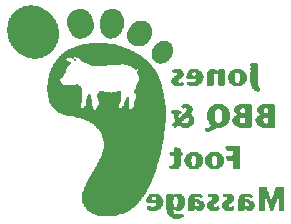
<source format=gbo>
G04*
G04 #@! TF.GenerationSoftware,Altium Limited,Altium Designer,23.8.1 (32)*
G04*
G04 Layer_Color=65280*
%FSLAX25Y25*%
%MOIN*%
G70*
G04*
G04 #@! TF.SameCoordinates,158808DC-336D-4943-AB99-54E3BA125646*
G04*
G04*
G04 #@! TF.FilePolarity,Positive*
G04*
G01*
G75*
G36*
X87856Y72901D02*
X89105D01*
Y72693D01*
X89521D01*
Y72485D01*
X89729D01*
Y72277D01*
X90146D01*
Y72069D01*
X90354D01*
Y71861D01*
X90562D01*
Y71444D01*
X90770D01*
Y71236D01*
X90978D01*
Y70820D01*
X91186D01*
Y70404D01*
X91394D01*
Y69779D01*
X91602D01*
Y66658D01*
X91394D01*
Y66033D01*
X91186D01*
Y65617D01*
X90978D01*
Y65201D01*
X90770D01*
Y64785D01*
X90562D01*
Y64577D01*
X90354D01*
Y64368D01*
X90146D01*
Y64160D01*
X89938D01*
Y63952D01*
X89729D01*
Y63744D01*
X89521D01*
Y63536D01*
X89105D01*
Y63328D01*
X88481D01*
Y63120D01*
X87856D01*
Y62912D01*
X86816D01*
Y63120D01*
X86191D01*
Y63328D01*
X85775D01*
Y63536D01*
X85359D01*
Y63744D01*
X85151D01*
Y63952D01*
X84943D01*
Y64160D01*
X84735D01*
Y64368D01*
X84527D01*
Y64785D01*
X84319D01*
Y64993D01*
X84110D01*
Y65409D01*
X83902D01*
Y66033D01*
X83694D01*
Y69363D01*
X83902D01*
Y70196D01*
X84110D01*
Y70612D01*
X84319D01*
Y71028D01*
X84527D01*
Y71236D01*
X84735D01*
Y71653D01*
X84943D01*
Y71861D01*
X85151D01*
Y72069D01*
X85567D01*
Y72277D01*
X85775D01*
Y72485D01*
X86191D01*
Y72693D01*
X86608D01*
Y72901D01*
X87648D01*
Y73109D01*
X87856D01*
Y72901D01*
D02*
G37*
G36*
X78283Y72693D02*
X78908D01*
Y72485D01*
X79116D01*
Y72277D01*
X79532D01*
Y72069D01*
X79740D01*
Y71861D01*
X79948D01*
Y71653D01*
X80156D01*
Y71236D01*
X80364D01*
Y71028D01*
X80572D01*
Y70612D01*
X80781D01*
Y70404D01*
X80989D01*
Y69987D01*
X81197D01*
Y69363D01*
X81405D01*
Y68531D01*
X81613D01*
Y66242D01*
X81405D01*
Y65617D01*
X81197D01*
Y65201D01*
X80989D01*
Y64993D01*
X80781D01*
Y64577D01*
X80572D01*
Y64368D01*
X80364D01*
Y64160D01*
X80156D01*
Y63952D01*
X79948D01*
Y63744D01*
X79532D01*
Y63536D01*
X79116D01*
Y63328D01*
X78491D01*
Y63120D01*
X77867D01*
Y62912D01*
X76410D01*
Y63120D01*
X75994D01*
Y63328D01*
X75370D01*
Y63536D01*
X75161D01*
Y63744D01*
X74953D01*
Y63952D01*
X74537D01*
Y64368D01*
X74329D01*
Y64577D01*
X74121D01*
Y64785D01*
X73913D01*
Y65201D01*
X73705D01*
Y65409D01*
X73497D01*
Y65825D01*
X73288D01*
Y66450D01*
X73080D01*
Y67074D01*
X72872D01*
Y69987D01*
X73080D01*
Y70404D01*
X73288D01*
Y70820D01*
X73497D01*
Y71028D01*
X73705D01*
Y71444D01*
X73913D01*
Y71653D01*
X74121D01*
Y71861D01*
X74329D01*
Y72069D01*
X74745D01*
Y72277D01*
X75161D01*
Y72485D01*
X75370D01*
Y72693D01*
X76202D01*
Y72901D01*
X78283D01*
Y72693D01*
D02*
G37*
G36*
X98262Y68739D02*
X98887D01*
Y68531D01*
X99303D01*
Y68323D01*
X99511D01*
Y68115D01*
X99927D01*
Y67906D01*
X100135D01*
Y67698D01*
X100343D01*
Y67282D01*
X100551D01*
Y67074D01*
X100759D01*
Y66658D01*
X100968D01*
Y66033D01*
X101176D01*
Y64577D01*
X100968D01*
Y63744D01*
X100759D01*
Y63328D01*
X100551D01*
Y62912D01*
X100343D01*
Y62495D01*
X100135D01*
Y62287D01*
X99927D01*
Y61871D01*
X99719D01*
Y61663D01*
X99511D01*
Y61455D01*
X99303D01*
Y61247D01*
X99095D01*
Y61039D01*
X98678D01*
Y60830D01*
X98470D01*
Y60622D01*
X97846D01*
Y60414D01*
X95349D01*
Y60622D01*
X94932D01*
Y60830D01*
X94516D01*
Y61039D01*
X94308D01*
Y61247D01*
X93892D01*
Y61455D01*
X93684D01*
Y61663D01*
X93476D01*
Y61871D01*
X93267D01*
Y62287D01*
X93059D01*
Y62912D01*
X92851D01*
Y63744D01*
X92643D01*
Y64160D01*
X92851D01*
Y65201D01*
X93059D01*
Y65825D01*
X93267D01*
Y66242D01*
X93476D01*
Y66450D01*
X93684D01*
Y66866D01*
X93892D01*
Y67282D01*
X94100D01*
Y67490D01*
X94308D01*
Y67698D01*
X94516D01*
Y67906D01*
X94724D01*
Y68115D01*
X94932D01*
Y68323D01*
X95349D01*
Y68531D01*
X95765D01*
Y68739D01*
X96389D01*
Y68947D01*
X98262D01*
Y68739D01*
D02*
G37*
G36*
X61218Y73942D02*
X62675D01*
Y73734D01*
X63299D01*
Y73526D01*
X63923D01*
Y73317D01*
X64548D01*
Y73109D01*
X64756D01*
Y72901D01*
X65172D01*
Y72693D01*
X65588D01*
Y72485D01*
X65796D01*
Y72277D01*
X66212D01*
Y72069D01*
X66421D01*
Y71861D01*
X66629D01*
Y71653D01*
X66837D01*
Y71444D01*
X67045D01*
Y71236D01*
X67253D01*
Y71028D01*
X67461D01*
Y70820D01*
X67669D01*
Y70612D01*
X67877D01*
Y70404D01*
X68086D01*
Y69987D01*
X68294D01*
Y69779D01*
X68502D01*
Y69363D01*
X68710D01*
Y69155D01*
X68918D01*
Y68739D01*
X69126D01*
Y68115D01*
X69334D01*
Y67698D01*
X69542D01*
Y66866D01*
X69750D01*
Y66033D01*
X69959D01*
Y62912D01*
X69750D01*
Y62079D01*
X69542D01*
Y61455D01*
X69334D01*
Y61039D01*
X69126D01*
Y60622D01*
X68918D01*
Y60206D01*
X68710D01*
Y59790D01*
X68502D01*
Y59582D01*
X68294D01*
Y59166D01*
X68086D01*
Y58957D01*
X67877D01*
Y58749D01*
X67669D01*
Y58541D01*
X67461D01*
Y58333D01*
X67253D01*
Y58125D01*
X67045D01*
Y57917D01*
X66629D01*
Y57709D01*
X66421D01*
Y57501D01*
X66004D01*
Y57293D01*
X65588D01*
Y57085D01*
X65172D01*
Y56876D01*
X64756D01*
Y56668D01*
X63923D01*
Y56460D01*
X62883D01*
Y56252D01*
X61010D01*
Y56460D01*
X59969D01*
Y56668D01*
X59345D01*
Y56876D01*
X58720D01*
Y57085D01*
X58304D01*
Y57293D01*
X57888D01*
Y57501D01*
X57472D01*
Y57709D01*
X57055D01*
Y57917D01*
X56847D01*
Y58125D01*
X56639D01*
Y58333D01*
X56223D01*
Y58541D01*
X56015D01*
Y58749D01*
X55807D01*
Y58957D01*
X55599D01*
Y59166D01*
X55391D01*
Y59374D01*
X55182D01*
Y59582D01*
X54974D01*
Y59790D01*
X54766D01*
Y60206D01*
X54558D01*
Y60414D01*
X54350D01*
Y60622D01*
X54142D01*
Y61039D01*
X53934D01*
Y61455D01*
X53726D01*
Y61663D01*
Y61871D01*
X53518D01*
Y62287D01*
X53310D01*
Y62912D01*
X53101D01*
Y63536D01*
X52893D01*
Y64785D01*
X52685D01*
Y66866D01*
X52893D01*
Y68115D01*
X53101D01*
Y68739D01*
X53310D01*
Y69155D01*
X53518D01*
Y69779D01*
X53726D01*
Y69987D01*
X53934D01*
Y70404D01*
X54142D01*
Y70820D01*
X54350D01*
Y71028D01*
X54558D01*
Y71236D01*
X54766D01*
Y71444D01*
X54974D01*
Y71653D01*
X55182D01*
Y71861D01*
X55391D01*
Y72069D01*
X55599D01*
Y72277D01*
X55807D01*
Y72485D01*
X56015D01*
Y72693D01*
X56431D01*
Y72901D01*
X56847D01*
Y73109D01*
X57055D01*
Y73317D01*
X57680D01*
Y73526D01*
X58096D01*
Y73734D01*
X58720D01*
Y73942D01*
X60177D01*
Y74150D01*
X61218D01*
Y73942D01*
D02*
G37*
G36*
X106170Y62079D02*
X106379D01*
Y61871D01*
X106795D01*
Y61663D01*
X107003D01*
Y61455D01*
X107211D01*
Y61247D01*
X107419D01*
Y61039D01*
X107627D01*
Y60622D01*
X107835D01*
Y60206D01*
X108044D01*
Y57917D01*
X107835D01*
Y57501D01*
X107627D01*
Y56876D01*
X107419D01*
Y56668D01*
X107211D01*
Y56460D01*
X107003D01*
Y56044D01*
X106795D01*
Y55836D01*
X106587D01*
Y55628D01*
X106379D01*
Y55420D01*
X105962D01*
Y55211D01*
X105754D01*
Y55003D01*
X105130D01*
Y54795D01*
X104506D01*
Y54587D01*
X103257D01*
Y54795D01*
X102632D01*
Y55003D01*
X102216D01*
Y55211D01*
X102008D01*
Y55420D01*
X101800D01*
Y55628D01*
X101592D01*
Y55836D01*
X101384D01*
Y56252D01*
X101176D01*
Y56876D01*
X100968D01*
Y58957D01*
X101176D01*
Y59374D01*
X101384D01*
Y59998D01*
X101592D01*
Y60206D01*
X101800D01*
Y60622D01*
X102008D01*
Y60830D01*
X102216D01*
Y61039D01*
X102424D01*
Y61247D01*
X102632D01*
Y61455D01*
X102841D01*
Y61663D01*
X103257D01*
Y61871D01*
X103673D01*
Y62079D01*
X104089D01*
Y62287D01*
X106170D01*
Y62079D01*
D02*
G37*
G36*
X115744Y52714D02*
X116368D01*
Y52506D01*
X116784D01*
Y52298D01*
X117201D01*
Y52090D01*
X117409D01*
Y51882D01*
X117617D01*
Y51465D01*
X117825D01*
Y51257D01*
X118033D01*
Y50425D01*
X118241D01*
Y49801D01*
X118033D01*
Y48760D01*
X117825D01*
Y48552D01*
X117617D01*
Y48344D01*
X117409D01*
Y47927D01*
X116992D01*
Y47719D01*
X116784D01*
Y47511D01*
X116368D01*
Y47303D01*
X115952D01*
Y47095D01*
X113871D01*
Y47303D01*
X113246D01*
Y47511D01*
X112830D01*
Y47719D01*
X112622D01*
Y48136D01*
X112830D01*
Y48552D01*
X113246D01*
Y48760D01*
X113454D01*
Y48552D01*
X115328D01*
Y48760D01*
X115536D01*
Y48968D01*
X115744D01*
Y49592D01*
X112830D01*
Y49801D01*
X112622D01*
Y50009D01*
X112414D01*
Y50633D01*
X112622D01*
Y51465D01*
X112830D01*
Y51674D01*
X113038D01*
Y52090D01*
X113246D01*
Y52298D01*
X113454D01*
Y52506D01*
X113871D01*
Y52714D01*
X114495D01*
Y52922D01*
X115744D01*
Y52714D01*
D02*
G37*
G36*
X130104D02*
X130728D01*
Y52506D01*
X131352D01*
Y52298D01*
X131560D01*
Y52090D01*
X131769D01*
Y51882D01*
X131977D01*
Y51674D01*
X132185D01*
Y51465D01*
X132393D01*
Y50841D01*
X132601D01*
Y48968D01*
X132393D01*
Y48552D01*
X132185D01*
Y48136D01*
X131977D01*
Y47927D01*
X131769D01*
Y47719D01*
X131352D01*
Y47511D01*
X131144D01*
Y47303D01*
X130520D01*
Y47095D01*
X128647D01*
Y47303D01*
X128023D01*
Y47511D01*
X127606D01*
Y47719D01*
X127398D01*
Y47927D01*
X127190D01*
Y48136D01*
X126982D01*
Y48344D01*
X126774D01*
Y48760D01*
X126566D01*
Y49176D01*
X126358D01*
Y50841D01*
X126566D01*
Y51049D01*
Y51257D01*
X126774D01*
Y51674D01*
X126982D01*
Y51882D01*
X127190D01*
Y52090D01*
X127398D01*
Y52298D01*
X127814D01*
Y52506D01*
X128231D01*
Y52714D01*
X128855D01*
Y52922D01*
X130104D01*
Y52714D01*
D02*
G37*
G36*
X121779D02*
X122195D01*
Y52506D01*
X122611D01*
Y52298D01*
X123028D01*
Y52506D01*
X123444D01*
Y52714D01*
X125109D01*
Y52506D01*
X125317D01*
Y47511D01*
X125109D01*
Y47303D01*
X124901D01*
Y47095D01*
X123652D01*
Y47303D01*
X123236D01*
Y47511D01*
X123028D01*
Y51049D01*
X122820D01*
Y51257D01*
X121779D01*
Y50633D01*
X121571D01*
Y47511D01*
X121363D01*
Y47303D01*
X121155D01*
Y47095D01*
X120530D01*
Y47303D01*
X120322D01*
Y47095D01*
X119906D01*
Y47303D01*
X119490D01*
Y47719D01*
X119282D01*
Y50841D01*
X119490D01*
Y51882D01*
X119698D01*
Y52298D01*
X119906D01*
Y52506D01*
X120322D01*
Y52714D01*
X120738D01*
Y52922D01*
X121779D01*
Y52714D01*
D02*
G37*
G36*
X109916D02*
X110541D01*
Y52506D01*
X110957D01*
Y52298D01*
X111165D01*
Y52090D01*
X111373D01*
Y51674D01*
X111581D01*
Y50633D01*
X111373D01*
Y50217D01*
X111165D01*
Y50009D01*
X110957D01*
Y49801D01*
X110749D01*
Y49592D01*
X110333D01*
Y49384D01*
X110125D01*
Y49176D01*
X109916D01*
Y48968D01*
X109708D01*
Y48552D01*
X109916D01*
Y48344D01*
X110749D01*
Y48552D01*
X111373D01*
Y48344D01*
X111581D01*
Y47927D01*
X111790D01*
Y47719D01*
X111581D01*
Y47511D01*
X111373D01*
Y47303D01*
X110749D01*
Y47095D01*
X109084D01*
Y47303D01*
X108460D01*
Y47511D01*
X108044D01*
Y47719D01*
X107835D01*
Y47927D01*
X107627D01*
Y48344D01*
X107419D01*
Y49176D01*
X107627D01*
Y49592D01*
X107835D01*
Y49801D01*
X108044D01*
Y50009D01*
X108252D01*
Y50217D01*
X108460D01*
Y50425D01*
X108668D01*
Y50633D01*
X109084D01*
Y50841D01*
X109292D01*
Y51465D01*
X109084D01*
Y51674D01*
X108460D01*
Y51465D01*
X108252D01*
Y51674D01*
X108044D01*
Y51882D01*
X107835D01*
Y52506D01*
X108252D01*
Y52714D01*
X109084D01*
Y52922D01*
X109916D01*
Y52714D01*
D02*
G37*
G36*
X135931Y54795D02*
X136139D01*
Y54587D01*
X136347D01*
Y47095D01*
X136555D01*
Y46887D01*
X136763D01*
Y46471D01*
X136971D01*
Y45430D01*
X136763D01*
Y45222D01*
X135931D01*
Y45430D01*
X135515D01*
Y45638D01*
X135098D01*
Y45846D01*
X134890D01*
Y46054D01*
X134682D01*
Y46262D01*
X134474D01*
Y46679D01*
X134266D01*
Y47095D01*
X134058D01*
Y48136D01*
X133850D01*
Y51882D01*
X134058D01*
Y52506D01*
X133850D01*
Y53338D01*
X134058D01*
Y53755D01*
X133850D01*
Y54379D01*
X134058D01*
Y54795D01*
X134474D01*
Y55003D01*
X135931D01*
Y54795D01*
D02*
G37*
G36*
X112830Y41060D02*
X113454D01*
Y40852D01*
X113871D01*
Y40643D01*
X114079D01*
Y40435D01*
X114287D01*
Y40227D01*
X114495D01*
Y39811D01*
X114703D01*
Y39603D01*
Y38978D01*
X114495D01*
Y38562D01*
X114287D01*
Y38146D01*
X114079D01*
Y37730D01*
X114287D01*
Y37522D01*
X114495D01*
Y37314D01*
X114703D01*
Y36897D01*
X114911D01*
Y36689D01*
X115119D01*
Y34816D01*
X114911D01*
Y34608D01*
X114703D01*
Y34192D01*
X114495D01*
Y33984D01*
X114287D01*
Y33776D01*
X113871D01*
Y33568D01*
X113454D01*
Y33359D01*
X112830D01*
Y33151D01*
X111790D01*
Y33359D01*
X110957D01*
Y33568D01*
X110541D01*
Y33776D01*
X110125D01*
Y33984D01*
X109500D01*
Y33776D01*
X109292D01*
Y33568D01*
X109084D01*
Y33359D01*
X108460D01*
Y33568D01*
X108252D01*
Y33776D01*
X107835D01*
Y34192D01*
X107627D01*
Y34400D01*
X107835D01*
Y34608D01*
X108044D01*
Y34816D01*
X108252D01*
Y35024D01*
X108460D01*
Y35232D01*
X108668D01*
Y36065D01*
X108460D01*
Y36481D01*
X108252D01*
Y37522D01*
X108460D01*
Y37730D01*
X108252D01*
Y37938D01*
X107835D01*
Y38146D01*
X107627D01*
Y38354D01*
X107419D01*
Y38978D01*
X107835D01*
Y39187D01*
X110125D01*
Y38978D01*
X110749D01*
Y38562D01*
X110957D01*
Y38354D01*
X110749D01*
Y38146D01*
X110541D01*
Y37938D01*
X110125D01*
Y37730D01*
X109916D01*
Y37314D01*
X109708D01*
Y36897D01*
X109916D01*
Y36689D01*
X110333D01*
Y36897D01*
X110541D01*
Y37106D01*
X110749D01*
Y37314D01*
X110957D01*
Y37522D01*
X111165D01*
Y37730D01*
X111373D01*
Y37938D01*
X111581D01*
Y38146D01*
X111790D01*
Y38354D01*
X111998D01*
Y38562D01*
X112206D01*
Y38770D01*
X112414D01*
Y39187D01*
X112622D01*
Y39395D01*
X112414D01*
Y39603D01*
X112206D01*
Y39811D01*
X111790D01*
Y39603D01*
X111373D01*
Y39811D01*
X110957D01*
Y40227D01*
X110749D01*
Y40643D01*
X110957D01*
Y40852D01*
X111373D01*
Y41060D01*
X111998D01*
Y41268D01*
X112830D01*
Y41060D01*
D02*
G37*
G36*
X141758Y40852D02*
X141966D01*
Y40643D01*
X142174D01*
Y33776D01*
X141966D01*
Y33359D01*
X137804D01*
Y33568D01*
X136971D01*
Y33776D01*
X136555D01*
Y33984D01*
X136347D01*
Y34192D01*
X136139D01*
Y34400D01*
X135931D01*
Y34816D01*
X135723D01*
Y35441D01*
X135515D01*
Y36065D01*
X135723D01*
Y36481D01*
X135931D01*
Y36897D01*
X136139D01*
Y37106D01*
X136555D01*
Y37314D01*
X136763D01*
Y37522D01*
X136971D01*
Y37938D01*
X136763D01*
Y38146D01*
X136555D01*
Y38354D01*
X136347D01*
Y38562D01*
X136139D01*
Y40019D01*
X136347D01*
Y40227D01*
X136555D01*
Y40435D01*
X136763D01*
Y40643D01*
X136971D01*
Y40852D01*
X137804D01*
Y41060D01*
X141758D01*
Y40852D01*
D02*
G37*
G36*
X134058D02*
X134266D01*
Y40435D01*
X134474D01*
Y40227D01*
X134266D01*
Y36065D01*
Y35857D01*
Y33568D01*
X134058D01*
Y33359D01*
X130104D01*
Y33568D01*
X129271D01*
Y33776D01*
X128855D01*
Y33984D01*
X128647D01*
Y34192D01*
X128439D01*
Y34400D01*
X128231D01*
Y34608D01*
X128023D01*
Y35232D01*
X127814D01*
Y36065D01*
X128023D01*
Y36689D01*
X128231D01*
Y36897D01*
X128439D01*
Y37106D01*
X128855D01*
Y37314D01*
X129063D01*
Y37522D01*
X129271D01*
Y37938D01*
X129063D01*
Y38146D01*
X128855D01*
Y38354D01*
X128647D01*
Y38562D01*
X128439D01*
Y40019D01*
X128647D01*
Y40227D01*
X128855D01*
Y40435D01*
X129063D01*
Y40643D01*
X129271D01*
Y40852D01*
X130104D01*
Y41060D01*
X134058D01*
Y40852D01*
D02*
G37*
G36*
X123860Y41060D02*
X124693D01*
Y40852D01*
X125109D01*
Y40643D01*
X125317D01*
Y40435D01*
X125733D01*
Y40227D01*
X125941D01*
Y40019D01*
X126149D01*
Y39811D01*
X126358D01*
Y39395D01*
X126566D01*
Y39187D01*
X126774D01*
Y38562D01*
X126982D01*
Y35857D01*
X126774D01*
Y35232D01*
X126566D01*
Y35024D01*
X126358D01*
Y34608D01*
X126149D01*
Y34400D01*
X125941D01*
Y34192D01*
X125733D01*
Y33984D01*
X125525D01*
Y33776D01*
X125109D01*
Y33568D01*
X124485D01*
Y33359D01*
X123652D01*
Y33151D01*
X122403D01*
Y32943D01*
X121987D01*
Y32735D01*
X121571D01*
Y32527D01*
X121155D01*
Y32319D01*
X120738D01*
Y32111D01*
X120322D01*
Y31903D01*
X119906D01*
Y31694D01*
X119282D01*
Y31903D01*
X119074D01*
Y32319D01*
X118866D01*
Y33151D01*
X119490D01*
Y33359D01*
X119906D01*
Y33568D01*
X120530D01*
Y33776D01*
X120738D01*
Y34192D01*
X120530D01*
Y34400D01*
X120322D01*
Y34608D01*
X120114D01*
Y35024D01*
X119906D01*
Y35441D01*
X119698D01*
Y35857D01*
X119490D01*
Y36481D01*
Y36689D01*
Y38562D01*
X119698D01*
Y39187D01*
X119906D01*
Y39395D01*
X120114D01*
Y39811D01*
X120322D01*
Y40019D01*
X120530D01*
Y40227D01*
X120738D01*
Y40435D01*
X120947D01*
Y40643D01*
X121363D01*
Y40852D01*
X121779D01*
Y41060D01*
X122611D01*
Y41268D01*
X123860D01*
Y41060D01*
D02*
G37*
G36*
X129895Y27116D02*
X130312D01*
Y19624D01*
X129895D01*
Y19416D01*
X128439D01*
Y19624D01*
X128023D01*
Y22121D01*
X127814D01*
Y22329D01*
X126149D01*
Y22537D01*
X125941D01*
Y22746D01*
X125733D01*
Y23786D01*
X125941D01*
Y23994D01*
X127814D01*
Y24202D01*
X128023D01*
Y25451D01*
X127814D01*
Y25659D01*
X125941D01*
Y25867D01*
X125733D01*
Y26492D01*
X125525D01*
Y26700D01*
X125733D01*
Y27116D01*
X126149D01*
Y27324D01*
X129895D01*
Y27116D01*
D02*
G37*
G36*
X122403Y25035D02*
X123444D01*
Y24827D01*
X123652D01*
Y24619D01*
X124068D01*
Y24410D01*
X124276D01*
Y24202D01*
X124485D01*
Y23994D01*
X124693D01*
Y23578D01*
X124901D01*
Y22954D01*
X125109D01*
Y21497D01*
X124901D01*
Y21081D01*
X124693D01*
Y20664D01*
X124485D01*
Y20456D01*
X124276D01*
Y20248D01*
X124068D01*
Y20040D01*
X123860D01*
Y19832D01*
X123444D01*
Y19624D01*
X123028D01*
Y19416D01*
X120947D01*
Y19624D01*
X120530D01*
Y19832D01*
X120114D01*
Y20040D01*
X119698D01*
Y20456D01*
X119490D01*
Y20664D01*
X119282D01*
Y20873D01*
X119074D01*
Y21289D01*
X118866D01*
Y23370D01*
X119074D01*
Y23786D01*
X119282D01*
Y23994D01*
X119490D01*
Y24202D01*
X119698D01*
Y24410D01*
X119906D01*
Y24619D01*
X120114D01*
Y24827D01*
X120530D01*
Y25035D01*
X121363D01*
Y25243D01*
X122403D01*
Y25035D01*
D02*
G37*
G36*
X115536D02*
X116368D01*
Y24827D01*
X116784D01*
Y24619D01*
X116992D01*
Y24410D01*
X117409D01*
Y24202D01*
X117617D01*
Y23786D01*
X117825D01*
Y23578D01*
X118033D01*
Y21081D01*
X117825D01*
Y20873D01*
X117617D01*
Y20456D01*
X117409D01*
Y20248D01*
X117201D01*
Y20040D01*
X116784D01*
Y19832D01*
X116576D01*
Y19624D01*
X115952D01*
Y19416D01*
X114079D01*
Y19624D01*
X113454D01*
Y19832D01*
X113246D01*
Y20040D01*
X112830D01*
Y20248D01*
X112622D01*
Y20456D01*
X112414D01*
Y20873D01*
X112206D01*
Y21081D01*
X111998D01*
Y21705D01*
X111790D01*
Y22954D01*
X111998D01*
Y23578D01*
X112206D01*
Y23786D01*
X112414D01*
Y24202D01*
X112622D01*
Y24410D01*
X113038D01*
Y24619D01*
X113246D01*
Y24827D01*
X113663D01*
Y25035D01*
X114287D01*
Y25243D01*
X115536D01*
Y25035D01*
D02*
G37*
G36*
X109292Y26492D02*
X110333D01*
Y26075D01*
X110541D01*
Y25243D01*
X110749D01*
Y25035D01*
X111165D01*
Y24827D01*
X111373D01*
Y24202D01*
X111165D01*
Y23994D01*
X110749D01*
Y23786D01*
X110541D01*
Y21081D01*
Y20873D01*
Y20664D01*
X110333D01*
Y20040D01*
X110125D01*
Y19832D01*
X109916D01*
Y19624D01*
X109500D01*
Y19416D01*
X107419D01*
Y19624D01*
X107003D01*
Y19832D01*
X106795D01*
Y20456D01*
X107003D01*
Y20664D01*
X107835D01*
Y20873D01*
X108044D01*
Y21289D01*
X108252D01*
Y23786D01*
X108044D01*
Y23994D01*
X107003D01*
Y24410D01*
X106795D01*
Y24827D01*
X107003D01*
Y25035D01*
X108044D01*
Y25243D01*
X108252D01*
Y26492D01*
X108668D01*
Y26700D01*
X109292D01*
Y26492D01*
D02*
G37*
G36*
X110541Y11091D02*
X110957D01*
Y10883D01*
X111165D01*
Y10675D01*
X111373D01*
Y10467D01*
X111581D01*
Y10051D01*
X111790D01*
Y9843D01*
X111998D01*
Y7137D01*
X111790D01*
Y6721D01*
X111581D01*
Y6513D01*
X111373D01*
Y6305D01*
X111165D01*
Y6097D01*
X110957D01*
Y5888D01*
X110749D01*
Y5680D01*
X108876D01*
Y5888D01*
X108460D01*
Y6097D01*
X108252D01*
Y5888D01*
X108044D01*
Y5472D01*
X108252D01*
Y4848D01*
X108460D01*
Y4640D01*
X108876D01*
Y4431D01*
X110333D01*
Y4640D01*
X111373D01*
Y4223D01*
X111581D01*
Y3599D01*
X111373D01*
Y3391D01*
X110957D01*
Y3183D01*
X110333D01*
Y2975D01*
X108044D01*
Y3183D01*
X107627D01*
Y3391D01*
X107211D01*
Y3599D01*
X107003D01*
Y3807D01*
X106795D01*
Y4015D01*
X106587D01*
Y4223D01*
X106379D01*
Y4640D01*
X106170D01*
Y4848D01*
X105962D01*
Y5888D01*
X105754D01*
Y10883D01*
X105962D01*
Y11091D01*
X106170D01*
Y11299D01*
X107627D01*
Y11091D01*
X108044D01*
Y10883D01*
X108460D01*
Y11091D01*
X108876D01*
Y11299D01*
X110541D01*
Y11091D01*
D02*
G37*
G36*
X133642D02*
X134058D01*
Y10883D01*
X134474D01*
Y10675D01*
X134682D01*
Y10051D01*
X134474D01*
Y9843D01*
X133642D01*
Y10051D01*
X133017D01*
Y10259D01*
X132601D01*
Y10051D01*
X132185D01*
Y9634D01*
X132601D01*
Y9426D01*
X133433D01*
Y9218D01*
X133850D01*
Y9010D01*
X134474D01*
Y8802D01*
X134682D01*
Y8594D01*
X134890D01*
Y8386D01*
X135098D01*
Y7761D01*
X135307D01*
Y7553D01*
Y6929D01*
X135098D01*
Y6305D01*
X134890D01*
Y6097D01*
X134682D01*
Y5888D01*
X134474D01*
Y5680D01*
X132601D01*
Y5888D01*
X132393D01*
Y6097D01*
X131977D01*
Y5888D01*
X131769D01*
Y5680D01*
X129687D01*
Y6097D01*
X129479D01*
Y6305D01*
X129687D01*
Y9634D01*
X129895D01*
Y10259D01*
X130104D01*
Y10675D01*
X130312D01*
Y10883D01*
X130728D01*
Y11091D01*
X131144D01*
Y11299D01*
X133642D01*
Y11091D01*
D02*
G37*
G36*
X116992D02*
X117409D01*
Y10883D01*
X117825D01*
Y10675D01*
X118033D01*
Y10051D01*
X117825D01*
Y9843D01*
X116992D01*
Y10051D01*
X116368D01*
Y10259D01*
X116160D01*
Y10051D01*
X115536D01*
Y9634D01*
X115952D01*
Y9426D01*
X116784D01*
Y9218D01*
X117201D01*
Y9010D01*
X117825D01*
Y8802D01*
X118033D01*
Y8594D01*
X118241D01*
Y8386D01*
X118449D01*
Y7761D01*
X118657D01*
Y6721D01*
X118449D01*
Y6305D01*
X118241D01*
Y6097D01*
X118033D01*
Y5888D01*
X117825D01*
Y5680D01*
X115952D01*
Y5888D01*
X115744D01*
Y6097D01*
X115328D01*
Y5888D01*
X115119D01*
Y5680D01*
X113038D01*
Y9843D01*
X113246D01*
Y10259D01*
X113454D01*
Y10675D01*
X113663D01*
Y10883D01*
X114079D01*
Y11091D01*
X114495D01*
Y11299D01*
X116992D01*
Y11091D01*
D02*
G37*
G36*
X144880Y13172D02*
X145088D01*
Y5888D01*
X144880D01*
Y5680D01*
X143423D01*
Y5888D01*
X143215D01*
Y9634D01*
X143007D01*
Y9426D01*
X142799D01*
Y9010D01*
X142590D01*
Y8386D01*
X142382D01*
Y7970D01*
X142174D01*
Y7137D01*
X141966D01*
Y6721D01*
X141758D01*
Y6097D01*
X141550D01*
Y5888D01*
X141342D01*
Y5680D01*
X140509D01*
Y6097D01*
X140301D01*
Y6513D01*
X140093D01*
Y7137D01*
X139885D01*
Y7761D01*
X139677D01*
Y8386D01*
X139469D01*
Y9010D01*
X139261D01*
Y9426D01*
X138844D01*
Y5888D01*
X138636D01*
Y5680D01*
X136763D01*
Y5888D01*
X136555D01*
Y13172D01*
X136763D01*
Y13381D01*
X139261D01*
Y12964D01*
X139469D01*
Y12340D01*
X139677D01*
Y11716D01*
X139885D01*
Y11299D01*
X140093D01*
Y10467D01*
X140301D01*
Y9843D01*
X140509D01*
Y9426D01*
X140926D01*
Y9634D01*
X141134D01*
Y10259D01*
X141342D01*
Y10883D01*
X141550D01*
Y11091D01*
Y11507D01*
X141758D01*
Y12132D01*
X141966D01*
Y12756D01*
X142174D01*
Y13172D01*
X142382D01*
Y13381D01*
X144880D01*
Y13172D01*
D02*
G37*
G36*
X103049Y11091D02*
X103465D01*
Y10883D01*
X103673D01*
Y10675D01*
X104089D01*
Y10259D01*
X104297D01*
Y10051D01*
X104506D01*
Y9634D01*
X104714D01*
Y8802D01*
X104922D01*
Y8386D01*
X104714D01*
Y7345D01*
X104506D01*
Y7137D01*
X104297D01*
Y6721D01*
X104089D01*
Y6513D01*
X103881D01*
Y6305D01*
X103673D01*
Y6097D01*
X103257D01*
Y5888D01*
X102841D01*
Y5680D01*
X100135D01*
Y5888D01*
X99511D01*
Y6097D01*
X99303D01*
Y6929D01*
X99511D01*
Y7137D01*
X100759D01*
Y6929D01*
X101592D01*
Y7137D01*
X102008D01*
Y7345D01*
X102216D01*
Y7553D01*
X102424D01*
Y7970D01*
X102216D01*
Y8178D01*
X99303D01*
Y8594D01*
X99095D01*
Y9426D01*
X99303D01*
Y10051D01*
X99511D01*
Y10259D01*
X99719D01*
Y10675D01*
X99927D01*
Y10883D01*
X100135D01*
Y11091D01*
X100551D01*
Y11299D01*
X103049D01*
Y11091D01*
D02*
G37*
G36*
X127398D02*
X127814D01*
Y10883D01*
X128023D01*
Y10675D01*
X128231D01*
Y10259D01*
X128439D01*
Y9218D01*
X128231D01*
Y8802D01*
X128023D01*
Y8594D01*
X127814D01*
Y8386D01*
X127606D01*
Y8178D01*
X127398D01*
Y7970D01*
X126982D01*
Y7761D01*
X126774D01*
Y7553D01*
X126566D01*
Y6929D01*
X127606D01*
Y7137D01*
X128231D01*
Y6929D01*
X128439D01*
Y5888D01*
X128023D01*
Y5680D01*
X125525D01*
Y5888D01*
X125109D01*
Y6097D01*
X124901D01*
Y6305D01*
X124693D01*
Y6513D01*
X124485D01*
Y6929D01*
X124276D01*
Y7761D01*
X124485D01*
Y8178D01*
X124693D01*
Y8386D01*
X124901D01*
Y8594D01*
X125109D01*
Y8802D01*
X125317D01*
Y9010D01*
X125525D01*
Y9218D01*
X125941D01*
Y9426D01*
X126149D01*
Y10051D01*
X124901D01*
Y10259D01*
X124693D01*
Y11091D01*
X125109D01*
Y11299D01*
X127398D01*
Y11091D01*
D02*
G37*
G36*
X122403D02*
X122820D01*
Y10883D01*
X123028D01*
Y10675D01*
X123236D01*
Y10467D01*
X123444D01*
Y9010D01*
X123236D01*
Y8802D01*
X123028D01*
Y8594D01*
X122820D01*
Y8386D01*
X122611D01*
Y8178D01*
X122403D01*
Y7970D01*
X122195D01*
Y7761D01*
X121779D01*
Y7345D01*
X121571D01*
Y7137D01*
X121779D01*
Y6929D01*
X122820D01*
Y7137D01*
X123236D01*
Y6929D01*
X123444D01*
Y6513D01*
X123652D01*
Y6305D01*
X123444D01*
Y5888D01*
X123028D01*
Y5680D01*
X120530D01*
Y5888D01*
X120114D01*
Y6097D01*
X119906D01*
Y6305D01*
X119698D01*
Y6513D01*
X119490D01*
Y6929D01*
X119282D01*
Y7553D01*
X119490D01*
Y8178D01*
X119698D01*
Y8386D01*
X119906D01*
Y8594D01*
X120114D01*
Y8802D01*
X120322D01*
Y9010D01*
X120738D01*
Y9218D01*
X120947D01*
Y9426D01*
X121155D01*
Y10051D01*
X119906D01*
Y10259D01*
X119698D01*
Y11091D01*
X120114D01*
Y11299D01*
X122403D01*
Y11091D01*
D02*
G37*
G36*
X85359Y61455D02*
X86400D01*
Y61247D01*
X88064D01*
Y61039D01*
X88897D01*
Y60830D01*
X89729D01*
Y60622D01*
X90562D01*
Y60414D01*
X91186D01*
Y60206D01*
X91811D01*
Y59998D01*
X92227D01*
Y59790D01*
X92643D01*
Y59582D01*
X93267D01*
Y59374D01*
X93684D01*
Y59166D01*
X94100D01*
Y58957D01*
X94516D01*
Y58749D01*
X94932D01*
Y58541D01*
X95349D01*
Y58333D01*
X95765D01*
Y58125D01*
X96181D01*
Y57917D01*
X96597D01*
Y57709D01*
X96805D01*
Y57501D01*
X97222D01*
Y57293D01*
X97430D01*
Y57085D01*
X97846D01*
Y56876D01*
X98054D01*
Y56668D01*
X98262D01*
Y56460D01*
X98470D01*
Y56252D01*
X98887D01*
Y56044D01*
X99095D01*
Y55836D01*
X99303D01*
Y55628D01*
X99511D01*
Y55420D01*
X99719D01*
Y55211D01*
X99927D01*
Y55003D01*
X100135D01*
Y54795D01*
X100343D01*
Y54587D01*
X100551D01*
Y54379D01*
X100759D01*
Y54171D01*
X100968D01*
Y53963D01*
X101176D01*
Y53547D01*
X101384D01*
Y53338D01*
X101592D01*
Y53130D01*
X101800D01*
Y52714D01*
X102008D01*
Y52506D01*
X102216D01*
Y52090D01*
X102424D01*
Y51882D01*
X102632D01*
Y51257D01*
X102841D01*
Y51049D01*
X103049D01*
Y50425D01*
X103257D01*
Y50009D01*
X103465D01*
Y49592D01*
X103673D01*
Y48760D01*
X103881D01*
Y48344D01*
X104089D01*
Y47719D01*
X104297D01*
Y46887D01*
X104506D01*
Y46054D01*
X104714D01*
Y45014D01*
X104922D01*
Y43973D01*
X105130D01*
Y42725D01*
X105338D01*
Y40852D01*
X105546D01*
Y38146D01*
X105754D01*
Y37730D01*
X105546D01*
Y34816D01*
X105338D01*
Y32111D01*
X105130D01*
Y30446D01*
X104922D01*
Y29197D01*
X104714D01*
Y27948D01*
X104506D01*
Y27116D01*
X104297D01*
Y25867D01*
X104089D01*
Y25035D01*
X103881D01*
Y24202D01*
X103673D01*
Y23162D01*
X103465D01*
Y22537D01*
X103257D01*
Y21913D01*
X103049D01*
Y21081D01*
X102841D01*
Y20456D01*
X102632D01*
Y19624D01*
X102424D01*
Y19208D01*
X102216D01*
Y18583D01*
X102008D01*
Y17751D01*
X101800D01*
Y17335D01*
X101592D01*
Y16918D01*
X101384D01*
Y16294D01*
X101176D01*
Y15878D01*
X100968D01*
Y15254D01*
X100759D01*
Y14837D01*
X100551D01*
Y14421D01*
X100343D01*
Y14005D01*
X100135D01*
Y13589D01*
X99927D01*
Y13172D01*
X99719D01*
Y12756D01*
X99511D01*
Y12340D01*
X99303D01*
Y11924D01*
X99095D01*
Y11716D01*
X98887D01*
Y11299D01*
X98678D01*
Y10883D01*
X98470D01*
Y10675D01*
X98262D01*
Y10259D01*
X98054D01*
Y10051D01*
X97846D01*
Y9843D01*
X97638D01*
Y9426D01*
X97430D01*
Y9218D01*
X97222D01*
Y9010D01*
X97013D01*
Y8802D01*
X96805D01*
Y8386D01*
X96597D01*
Y8178D01*
X96389D01*
Y7970D01*
X96181D01*
Y7761D01*
X95973D01*
Y7553D01*
X95765D01*
Y7345D01*
X95557D01*
Y7137D01*
X95349D01*
Y6929D01*
X95140D01*
Y6721D01*
X94932D01*
Y6513D01*
X94516D01*
Y6305D01*
X94308D01*
Y6097D01*
X94100D01*
Y5888D01*
X93684D01*
Y5680D01*
X93267D01*
Y5472D01*
X93059D01*
Y5264D01*
X92643D01*
Y5056D01*
X92227D01*
Y4848D01*
X91811D01*
Y4640D01*
X90978D01*
Y4431D01*
X90146D01*
Y4223D01*
X89313D01*
Y4015D01*
X87648D01*
Y3807D01*
X84110D01*
Y4015D01*
X82654D01*
Y4223D01*
X82029D01*
Y4431D01*
X81613D01*
Y4640D01*
X80989D01*
Y4848D01*
X80781D01*
Y5056D01*
X80364D01*
Y5264D01*
X80156D01*
Y5472D01*
X79740D01*
Y5680D01*
X79532D01*
Y5888D01*
X79324D01*
Y6097D01*
X79116D01*
Y6305D01*
X78908D01*
Y6721D01*
X78699D01*
Y6929D01*
X78491D01*
Y7345D01*
X78283D01*
Y7761D01*
X78075D01*
Y8178D01*
X77867D01*
Y9218D01*
X77659D01*
Y10675D01*
X77867D01*
Y11716D01*
X78075D01*
Y12340D01*
X78283D01*
Y12964D01*
X78491D01*
Y13381D01*
X78699D01*
Y14005D01*
X78908D01*
Y14421D01*
X79116D01*
Y14837D01*
X79324D01*
Y15254D01*
X79532D01*
Y15670D01*
X79740D01*
Y16086D01*
X79948D01*
Y16502D01*
X80156D01*
Y16710D01*
X80364D01*
Y17127D01*
X80572D01*
Y17543D01*
X80781D01*
Y17751D01*
X80989D01*
Y18167D01*
X81197D01*
Y18583D01*
X81405D01*
Y19000D01*
X81613D01*
Y19416D01*
X81821D01*
Y19624D01*
X82029D01*
Y20040D01*
X82237D01*
Y20456D01*
X82446D01*
Y20664D01*
X82654D01*
Y21081D01*
X82862D01*
Y21497D01*
X83070D01*
Y21913D01*
X83278D01*
Y22329D01*
X83486D01*
Y22746D01*
X83694D01*
Y23162D01*
X83902D01*
Y23578D01*
X84110D01*
Y23994D01*
X84319D01*
Y24619D01*
X84527D01*
Y25243D01*
X84735D01*
Y26075D01*
X84943D01*
Y28989D01*
X84735D01*
Y29822D01*
X84527D01*
Y30446D01*
X84319D01*
Y31070D01*
X84110D01*
Y31486D01*
X83902D01*
Y31903D01*
X83694D01*
Y32111D01*
X83486D01*
Y32319D01*
X83278D01*
Y32735D01*
X83070D01*
Y32943D01*
X82862D01*
Y33151D01*
X82654D01*
Y33359D01*
X82446D01*
Y33568D01*
X82237D01*
Y33776D01*
X82029D01*
Y33984D01*
X81821D01*
Y34192D01*
X81613D01*
Y34400D01*
X81197D01*
Y34608D01*
X80989D01*
Y34816D01*
X80572D01*
Y35024D01*
X80364D01*
Y35232D01*
X79948D01*
Y35441D01*
X79532D01*
Y35649D01*
X79116D01*
Y35857D01*
X78491D01*
Y36065D01*
X77867D01*
Y36273D01*
X77451D01*
Y36481D01*
X76618D01*
Y36689D01*
X75786D01*
Y36897D01*
X74953D01*
Y37106D01*
X73288D01*
Y37314D01*
X72248D01*
Y37522D01*
X71415D01*
Y37730D01*
X70999D01*
Y37938D01*
X70583D01*
Y38146D01*
X70167D01*
Y38354D01*
X69750D01*
Y38562D01*
X69334D01*
Y38770D01*
X69126D01*
Y38978D01*
X68918D01*
Y39187D01*
X68710D01*
Y39395D01*
X68502D01*
Y39603D01*
X68294D01*
Y39811D01*
X68086D01*
Y40019D01*
X67877D01*
Y40227D01*
X67669D01*
Y40435D01*
X67461D01*
Y40852D01*
X67253D01*
Y41268D01*
X67045D01*
Y41684D01*
X66837D01*
Y42308D01*
X66629D01*
Y43141D01*
X66421D01*
Y43765D01*
X66212D01*
Y45222D01*
X66004D01*
Y47511D01*
X66212D01*
Y49384D01*
X66421D01*
Y50009D01*
X66629D01*
Y50841D01*
X66837D01*
Y51465D01*
X67045D01*
Y52090D01*
X67253D01*
Y52714D01*
X67461D01*
Y53130D01*
X67669D01*
Y53547D01*
X67877D01*
Y53963D01*
X68086D01*
Y54379D01*
X68294D01*
Y54587D01*
X68502D01*
Y55003D01*
X68710D01*
Y55211D01*
X68918D01*
Y55628D01*
X69126D01*
Y55836D01*
X69334D01*
Y56252D01*
X69542D01*
Y56460D01*
X69750D01*
Y56668D01*
X69959D01*
Y56876D01*
X70167D01*
Y57085D01*
X70375D01*
Y57293D01*
X70583D01*
Y57501D01*
X70791D01*
Y57709D01*
X70999D01*
Y57917D01*
X71207D01*
Y58125D01*
X71415D01*
Y58333D01*
X71832D01*
Y58541D01*
X72040D01*
Y58749D01*
X72248D01*
Y58957D01*
X72664D01*
Y59166D01*
X73080D01*
Y59374D01*
X73497D01*
Y59582D01*
X73913D01*
Y59790D01*
X74329D01*
Y59998D01*
X74953D01*
Y60206D01*
X75578D01*
Y60414D01*
X75994D01*
Y60622D01*
X76826D01*
Y60830D01*
X77659D01*
Y61039D01*
X78491D01*
Y61247D01*
X79948D01*
Y61455D01*
X81197D01*
Y61663D01*
X85359D01*
Y61455D01*
D02*
G37*
%LPC*%
G36*
X115328Y51882D02*
X114911D01*
Y51674D01*
X114703D01*
Y51465D01*
X114495D01*
Y50841D01*
X114703D01*
Y50633D01*
X115536D01*
Y50841D01*
X115744D01*
Y51049D01*
Y51465D01*
X115536D01*
Y51674D01*
X115328D01*
Y51882D01*
D02*
G37*
G36*
X129895Y51674D02*
X129063D01*
Y51465D01*
X128855D01*
Y50841D01*
X128647D01*
Y48968D01*
X128855D01*
Y48552D01*
X129063D01*
Y48344D01*
X129271D01*
Y48136D01*
X129687D01*
Y48344D01*
X129895D01*
Y48552D01*
X130104D01*
Y48968D01*
X130312D01*
Y51049D01*
X130104D01*
Y51465D01*
X129895D01*
Y51674D01*
D02*
G37*
G36*
X113038Y36689D02*
X112414D01*
Y36481D01*
X112206D01*
Y36273D01*
X111998D01*
Y36065D01*
X111790D01*
Y35857D01*
X111581D01*
Y35649D01*
X111373D01*
Y35441D01*
X111165D01*
Y34816D01*
X112622D01*
Y35024D01*
X113038D01*
Y35441D01*
X113246D01*
Y36481D01*
X113038D01*
Y36689D01*
D02*
G37*
G36*
X139469Y39811D02*
X138844D01*
Y39603D01*
X138428D01*
Y39395D01*
Y39187D01*
X138220D01*
Y38770D01*
X138428D01*
Y38354D01*
X138636D01*
Y38146D01*
X139677D01*
Y39603D01*
X139469D01*
Y39811D01*
D02*
G37*
G36*
Y36689D02*
X138636D01*
Y36481D01*
X138220D01*
Y36273D01*
X138012D01*
Y35441D01*
X138220D01*
Y35024D01*
X138428D01*
Y34816D01*
X139052D01*
Y34608D01*
X139261D01*
Y34816D01*
X139677D01*
Y35441D01*
Y35649D01*
Y36481D01*
X139469D01*
Y36689D01*
D02*
G37*
G36*
X131769Y39811D02*
X131144D01*
Y39603D01*
X130728D01*
Y39187D01*
X130520D01*
Y38562D01*
X130728D01*
Y38354D01*
X130936D01*
Y38146D01*
X131769D01*
Y38354D01*
X131977D01*
Y39603D01*
X131769D01*
Y39811D01*
D02*
G37*
G36*
Y36689D02*
X130728D01*
Y36481D01*
X130520D01*
Y36273D01*
X130312D01*
Y35232D01*
X130520D01*
Y35024D01*
X130728D01*
Y34816D01*
X131769D01*
Y35024D01*
X131977D01*
Y36273D01*
Y36481D01*
X131769D01*
Y36689D01*
D02*
G37*
G36*
X123444Y39603D02*
X123028D01*
Y39395D01*
X122611D01*
Y39187D01*
X122403D01*
Y38978D01*
X122195D01*
Y38562D01*
X121987D01*
Y35857D01*
X122195D01*
Y35441D01*
X122403D01*
Y35232D01*
X122611D01*
Y35024D01*
X123028D01*
Y34816D01*
X123444D01*
Y35024D01*
X123860D01*
Y35232D01*
X124068D01*
Y35441D01*
X124276D01*
Y35857D01*
X124485D01*
Y38770D01*
X124276D01*
Y38978D01*
X124068D01*
Y39187D01*
X123860D01*
Y39395D01*
X123444D01*
Y39603D01*
D02*
G37*
G36*
X122403Y23994D02*
X121571D01*
Y23786D01*
X121363D01*
Y23578D01*
X121155D01*
Y22121D01*
Y21913D01*
Y21289D01*
X121363D01*
Y20664D01*
X121779D01*
Y20456D01*
X122195D01*
Y20664D01*
X122403D01*
Y20873D01*
X122611D01*
Y21497D01*
X122820D01*
Y23162D01*
X122611D01*
Y23578D01*
X122403D01*
Y23994D01*
D02*
G37*
G36*
X115119Y24202D02*
X114911D01*
Y23994D01*
X114495D01*
Y23786D01*
X114287D01*
Y22954D01*
X114079D01*
Y21705D01*
X114287D01*
Y20873D01*
X114495D01*
Y20664D01*
X114911D01*
Y20456D01*
X115119D01*
Y20664D01*
X115536D01*
Y21081D01*
X115744D01*
Y23578D01*
X115536D01*
Y23786D01*
X115328D01*
Y23994D01*
X115119D01*
Y24202D01*
D02*
G37*
G36*
X109292Y10051D02*
X108460D01*
Y9843D01*
X108252D01*
Y9218D01*
X108044D01*
Y7761D01*
X108252D01*
Y7137D01*
X108460D01*
Y6929D01*
X109292D01*
Y7137D01*
X109500D01*
Y7761D01*
X109708D01*
Y9426D01*
X109500D01*
Y9843D01*
X109292D01*
Y10051D01*
D02*
G37*
G36*
X132601Y8386D02*
X131977D01*
Y7553D01*
X132185D01*
Y7137D01*
X132601D01*
Y6929D01*
X132809D01*
Y7137D01*
X133017D01*
Y7345D01*
X133225D01*
Y7761D01*
X133017D01*
Y8178D01*
X132601D01*
Y8386D01*
D02*
G37*
G36*
X115952D02*
X115328D01*
Y7553D01*
X115536D01*
Y7137D01*
X115952D01*
Y6929D01*
X116160D01*
Y7137D01*
X116368D01*
Y7345D01*
X116576D01*
Y7761D01*
X116368D01*
Y7970D01*
X116160D01*
Y8178D01*
X115952D01*
Y8386D01*
D02*
G37*
G36*
X102216Y10259D02*
X101384D01*
Y10051D01*
X101176D01*
Y9634D01*
X100968D01*
Y9426D01*
X101176D01*
Y9218D01*
X102424D01*
Y9843D01*
X102216D01*
Y10051D01*
Y10259D01*
D02*
G37*
G36*
X75578Y56876D02*
X75161D01*
Y56668D01*
X74953D01*
Y56460D01*
X75161D01*
Y56252D01*
X75578D01*
Y55628D01*
X74953D01*
Y56044D01*
X74745D01*
Y56252D01*
X74537D01*
Y56460D01*
X73913D01*
Y56668D01*
X73288D01*
Y56460D01*
X72664D01*
Y56252D01*
X72456D01*
Y55836D01*
X72664D01*
Y55628D01*
X73080D01*
Y55420D01*
X73497D01*
Y55211D01*
X73913D01*
Y54379D01*
X73705D01*
Y54171D01*
X73497D01*
Y53963D01*
X73288D01*
Y53755D01*
X73080D01*
Y53547D01*
X72872D01*
Y53130D01*
X72664D01*
Y52714D01*
X72456D01*
Y52090D01*
X72248D01*
Y51465D01*
X72040D01*
Y51049D01*
X71832D01*
Y50633D01*
X71623D01*
Y50425D01*
X71415D01*
Y50217D01*
X71207D01*
Y50009D01*
X70999D01*
Y49801D01*
X70583D01*
Y49592D01*
X70375D01*
Y48760D01*
X70583D01*
Y48344D01*
X70791D01*
Y48136D01*
X70999D01*
Y47927D01*
X71207D01*
Y47719D01*
X71415D01*
Y47511D01*
X75786D01*
Y47719D01*
X76410D01*
Y47511D01*
X76826D01*
Y47303D01*
X77034D01*
Y47095D01*
X77243D01*
Y46887D01*
X77451D01*
Y46471D01*
X77659D01*
Y41476D01*
X77451D01*
Y39811D01*
X78283D01*
Y40019D01*
X78491D01*
Y40435D01*
X78699D01*
Y40643D01*
X78908D01*
Y40852D01*
X79116D01*
Y42725D01*
X79324D01*
Y43349D01*
X79532D01*
Y43973D01*
X79740D01*
Y44390D01*
X80364D01*
Y44181D01*
X80572D01*
Y43349D01*
X80781D01*
Y42933D01*
X80989D01*
Y42308D01*
X81197D01*
Y40643D01*
X81405D01*
Y39395D01*
X81613D01*
Y39187D01*
X82237D01*
Y39395D01*
X82446D01*
Y40019D01*
X82654D01*
Y40227D01*
X82862D01*
Y40643D01*
X83070D01*
Y40852D01*
X83278D01*
Y42100D01*
X83070D01*
Y43141D01*
X82862D01*
Y44390D01*
X83070D01*
Y45014D01*
X83278D01*
Y45430D01*
X83486D01*
Y45638D01*
X84110D01*
Y45430D01*
X84943D01*
Y45222D01*
X87232D01*
Y45014D01*
X87856D01*
Y45222D01*
X89521D01*
Y45430D01*
X90562D01*
Y45014D01*
X90770D01*
Y42516D01*
X90562D01*
Y41892D01*
X90354D01*
Y41268D01*
X90146D01*
Y40852D01*
X89938D01*
Y39811D01*
X90562D01*
Y40019D01*
X90978D01*
Y40227D01*
X91186D01*
Y40435D01*
X91602D01*
Y40852D01*
X91811D01*
Y41892D01*
X92019D01*
Y42516D01*
X92227D01*
Y42725D01*
X92435D01*
Y43141D01*
X92643D01*
Y43349D01*
X92851D01*
Y43557D01*
X93267D01*
Y42933D01*
X93476D01*
Y41476D01*
X93267D01*
Y40227D01*
X93476D01*
Y39395D01*
X94100D01*
Y39603D01*
X94308D01*
Y39811D01*
X94516D01*
Y40019D01*
X94724D01*
Y40227D01*
X94932D01*
Y40852D01*
X95140D01*
Y42100D01*
X95349D01*
Y42933D01*
X95557D01*
Y43349D01*
X95765D01*
Y43765D01*
X95973D01*
Y43973D01*
X95765D01*
Y44390D01*
X95557D01*
Y44598D01*
X95349D01*
Y44806D01*
X95140D01*
Y45846D01*
X95349D01*
Y46262D01*
X95557D01*
Y46887D01*
X95765D01*
Y47511D01*
X95973D01*
Y47927D01*
X96181D01*
Y48344D01*
X96389D01*
Y48968D01*
X96597D01*
Y50633D01*
X96389D01*
Y51257D01*
X96181D01*
Y52298D01*
X96389D01*
Y52922D01*
X96181D01*
Y52714D01*
X95973D01*
Y52506D01*
X95349D01*
Y52922D01*
X94932D01*
Y53130D01*
X94724D01*
Y53338D01*
X94308D01*
Y53547D01*
X93892D01*
Y53755D01*
X93684D01*
Y53963D01*
X93059D01*
Y54171D01*
X91811D01*
Y54379D01*
X90770D01*
Y54171D01*
X85983D01*
Y53963D01*
X82029D01*
Y53755D01*
X81821D01*
Y53963D01*
X80781D01*
Y54171D01*
X80156D01*
Y54379D01*
X79948D01*
Y54587D01*
X79324D01*
Y54795D01*
X78908D01*
Y55003D01*
X78283D01*
Y55211D01*
X77659D01*
Y55420D01*
X77451D01*
Y55628D01*
X77243D01*
Y55836D01*
X77034D01*
Y56252D01*
X76618D01*
Y56460D01*
X76202D01*
Y56668D01*
X75578D01*
Y56876D01*
D02*
G37*
%LPD*%
M02*

</source>
